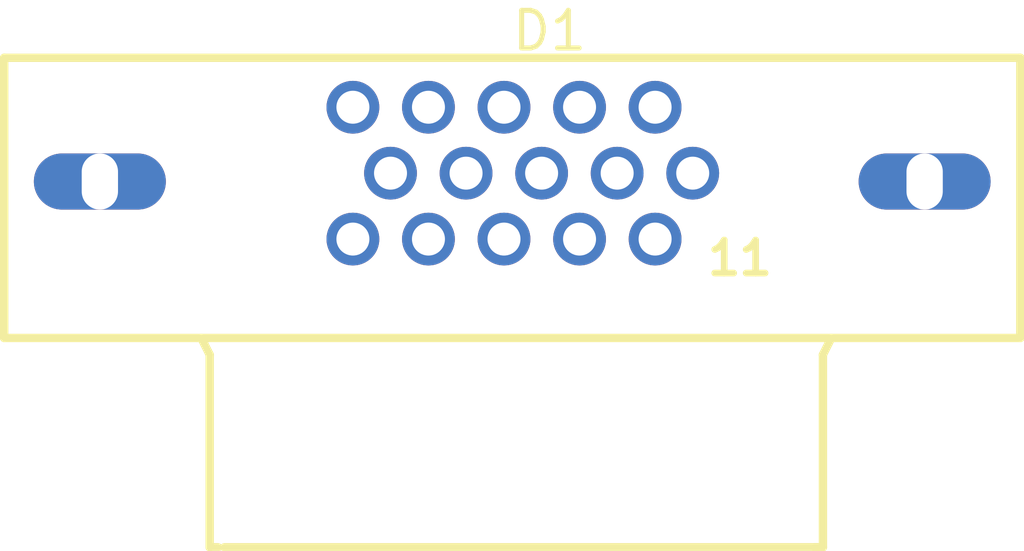
<source format=kicad_pcb>
(kicad_pcb (version 20171130) (host pcbnew "(5.1.5)-3") (page "A4") (layers (0 "F.Cu" signal) (31 "B.Cu" signal) (32 "B.Adhes" user) (33 "F.Adhes" user) (34 "B.Paste" user) (35 "F.Paste" user) (36 "B.SilkS" user) (37 "F.SilkS" user) (38 "B.Mask" user) (39 "F.Mask" user) (40 "Dwgs.User" user) (41 "Cmts.User" user) (42 "Eco1.User" user) (43 "Eco2.User" user) (44 "Edge.Cuts" user) (45 "Margin" user) (46 "B.CrtYd" user) (47 "F.CrtYd" user) (48 "B.Fab" user hide) (49 "F.Fab" user hide)) (net 0 "") (module "easyeda:DSUB-TH_DSB6RD-15LM1YN32" (layer "F.Cu") (at 12.7 12.7) (fp_text value "DSUB-TH_DSB6RD-15LM1YN32" (at -0.087 -6.096 0) (layer "F.Fab") hide (effects (font (size 1.143 1.143) (thickness 0.152)) (justify left))) (fp_text reference "D1" (at -0.087 -4.318 0) (layer "F.SilkS") (effects (font (size 1.143 1.143) (thickness 0.152)) (justify left))) (fp_line (start 15.4 5) (end -15.4 5) (width 0.254) (layer "F.SilkS")) (fp_line (start 9.273 11.35) (end -8.727 11.35) (width 0.254) (layer "F.SilkS")) (fp_line (start -8.917 11.35) (end -9.171 11.35) (width 0.254) (layer "F.SilkS")) (fp_line (start -9.171 11.35) (end -9.171 5.508) (width 0.254) (layer "F.SilkS")) (fp_line (start -9.171 5.508) (end -9.425 5) (width 0.254) (layer "F.SilkS")) (fp_line (start 9.163 11.35) (end 9.417 11.35) (width 0.254) (layer "F.SilkS")) (fp_line (start 9.417 11.35) (end 9.417 5.508) (width 0.254) (layer "F.SilkS")) (fp_line (start 9.417 5.508) (end 9.671 5) (width 0.254) (layer "F.SilkS")) (fp_line (start 15.4 -3.5) (end 15.4 5) (width 0.254) (layer "F.SilkS")) (fp_line (start -15.4 -3.5) (end -15.4 5) (width 0.254) (layer "F.SilkS")) (fp_line (start 15.4 -3.5) (end -15.4 -3.5) (width 0.254) (layer "F.SilkS")) (pad 11 thru_hole circle (at 4.33 2 0) (size 1.6 1.6) (layers "*.Cu" "*.Paste" "*.Mask") (drill 1)) (pad 12 thru_hole circle (at 2.04 2 0) (size 1.6 1.6) (layers "*.Cu" "*.Paste" "*.Mask") (drill 1)) (pad 13 thru_hole circle (at -0.25 2 0) (size 1.6 1.6) (layers "*.Cu" "*.Paste" "*.Mask") (drill 1)) (pad 14 thru_hole circle (at -2.54 2 0) (size 1.6 1.6) (layers "*.Cu" "*.Paste" "*.Mask") (drill 1)) (pad 15 thru_hole circle (at -4.83 2 0) (size 1.6 1.6) (layers "*.Cu" "*.Paste" "*.Mask") (drill 1)) (pad 6 thru_hole circle (at 5.47 0 0) (size 1.6 1.6) (layers "*.Cu" "*.Paste" "*.Mask") (drill 1)) (pad 7 thru_hole circle (at 3.18 0 0) (size 1.6 1.6) (layers "*.Cu" "*.Paste" "*.Mask") (drill 1)) (pad 8 thru_hole circle (at 0.89 0 0) (size 1.6 1.6) (layers "*.Cu" "*.Paste" "*.Mask") (drill 1)) (pad 9 thru_hole circle (at -1.4 0 0) (size 1.6 1.6) (layers "*.Cu" "*.Paste" "*.Mask") (drill 1)) (pad 10 thru_hole circle (at -3.69 0 0) (size 1.6 1.6) (layers "*.Cu" "*.Paste" "*.Mask") (drill 1)) (pad 1 thru_hole circle (at 4.33 -2 0) (size 1.6 1.6) (layers "*.Cu" "*.Paste" "*.Mask") (drill 1)) (pad 3 thru_hole circle (at -0.25 -2 0) (size 1.6 1.6) (layers "*.Cu" "*.Paste" "*.Mask") (drill 1)) (pad 4 thru_hole circle (at -2.54 -2 0) (size 1.6 1.6) (layers "*.Cu" "*.Paste" "*.Mask") (drill 1)) (pad 5 thru_hole circle (at -4.83 -2 0) (size 1.6 1.6) (layers "*.Cu" "*.Paste" "*.Mask") (drill 1)) (pad 16 thru_hole oval (at 12.5 0.254 0) (size 4 1.7) (layers "*.Cu" "*.Paste" "*.Mask") (drill oval 1.1 3.3)) (pad 17 thru_hole oval (at -12.5 0.254 0) (size 4 1.7) (layers "*.Cu" "*.Paste" "*.Mask") (drill oval 1.1 3.3)) (pad 2 thru_hole circle (at 2.04 -2 0) (size 1.6 1.6) (layers "*.Cu" "*.Paste" "*.Mask") (drill 1)) (fp_text value "5" (at -7.3 -1.5 0) (layer "F.SilkS") (effects (font (size 1 1) (thickness 0.203)) (justify left))) (fp_text value "1" (at 5.8 -1.6 0) (layer "F.SilkS") (effects (font (size 1 1) (thickness 0.203)) (justify left))) (fp_text value "15" (at -7.647 2.54 0) (layer "F.SilkS") (effects (font (size 1 1) (thickness 0.203)) (justify left))) (fp_text value "11" (at 5.815 2.578 0) (layer "F.SilkS") (effects (font (size 1 1) (thickness 0.203)) (justify left))) (fp_text user gge430 (at 0 0) (layer "Cmts.User") (effects (font (size 1 1) (thickness 0.15))))))
</source>
